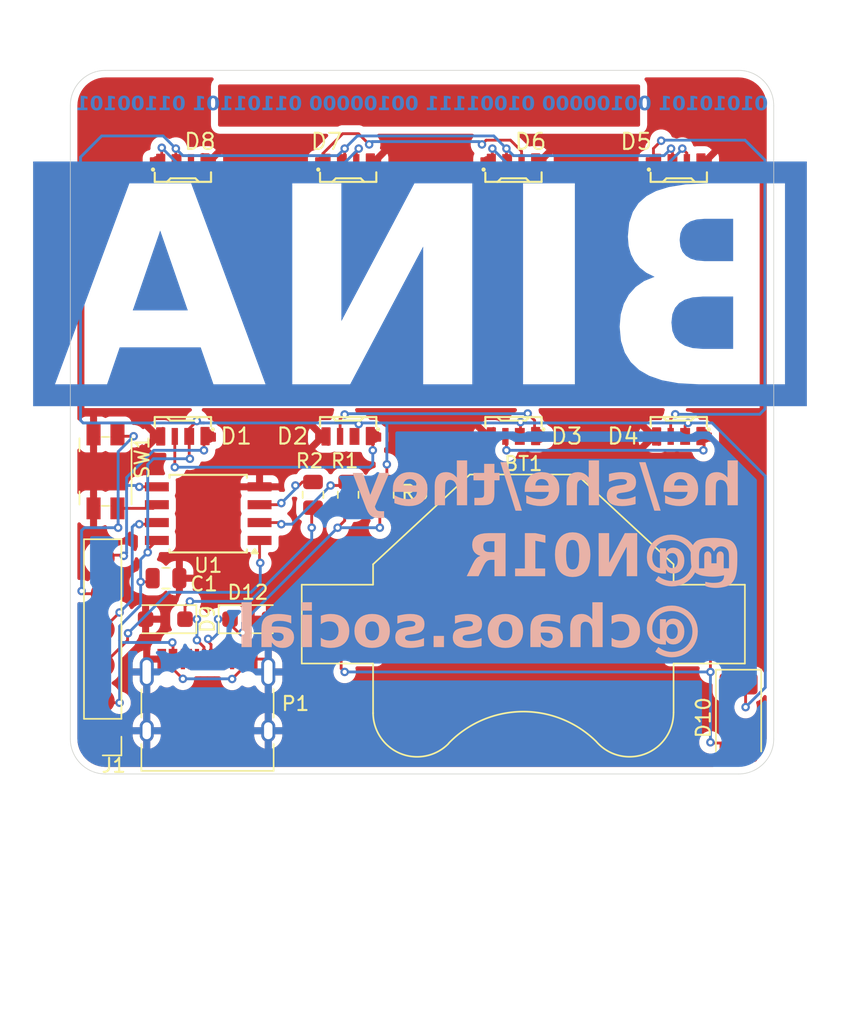
<source format=kicad_pcb>
(kicad_pcb (version 20241229) (generator "pcbnew") (generator_version "9.0")
  (layers (0 "F.Cu" signal) (2 "B.Cu" signal) (13 "F.Paste" user) (15 "B.Paste" user) (5 "F.SilkS" user "F.Silkscreen") (7 "B.SilkS" user "B.Silkscreen") (1 "F.Mask" user) (3 "B.Mask" user) (25 "Edge.Cuts" user))
  (net 0 "")
  (net 1 "Net-(BT1-+)")
  (net 2 "GND")
  (net 3 "VDD")
  (net 6 "/D-")
  (net 7 "Net-(D9-K)")
  (net 8 "/D+")
  (net 9 "/MISO")
  (net 10 "/MOSI")
  (net 11 "/RESET")
  (net 12 "/SCK")
  (net 13 "Net-(D1-DOUT)")
  (net 14 "Net-(D2-DOUT)")
  (net 15 "Net-(D3-DOUT)")
  (net 16 "Net-(D4-DOUT)")
  (net 17 "Net-(D5-DOUT)")
  (net 18 "Net-(D6-DOUT)")
  (net 19 "Net-(D7-DOUT)")
  (net 21 "Net-(D12-K)")
  (footprint "LED_SMD_prj:LED-SMD_4P-L4.0-W1.6-L" (layer "F.Cu") (at 114.75 71 180)
    (property "Reference" "D2")
    (property "Value" "SK6812SIDE" (hide yes))
  )
  (footprint "LED_SMD_prj:LED-SMD_4P-L4.0-W1.6-L" (layer "F.Cu") (at 114.75 51.560789)
    (property "Reference" "D7")
    (property "Value" "SK6812SIDE" (hide yes))
  )
  (footprint "LED_SMD_prj:LED-SMD_4P-L4.0-W1.6-L" (layer "F.Cu") (at 103 51.560789)
    (property "Reference" "D8")
    (property "Value" "SK6812SIDE" (hide yes))
  )
  (footprint "Diode_SMD:D_SOD-123F" (layer "F.Cu") (at 107.75 84)
    (property "Reference" "D12")
    (property "Value" "BZT52C3V6S")
  )
  (footprint "LED_SMD_prj:LED-SMD_4P-L4.0-W1.6-L" (layer "F.Cu") (at 126.5 51.560789)
    (property "Reference" "D6")
    (property "Value" "SK6812SIDE" (hide yes))
  )
  (footprint "Connector_PinHeader_2.54mm:PinHeader_1x06_P2.54mm_Vertical" (layer "F.Cu") (at 97.3 92.35 180)
    (property "Reference" "J1")
    (property "Value" "Conn_01x06")
  )
  (footprint "LED_SMD_prj:LED-SMD_4P-L4.0-W1.6-L" (layer "F.Cu") (at 103 71 180)
    (property "Reference" "D1")
    (property "Value" "SK6812SIDE" (hide yes))
  )
  (footprint "LED_SMD_prj:LED-SMD_4P-L4.0-W1.6-L" (layer "F.Cu") (at 138.25 71 180)
    (property "Reference" "D4")
    (property "Value" "SK6812SIDE" (hide yes))
  )
  (footprint "Battery:BatteryHolder_Multicomp_BC-2001_1x2032" (layer "F.Cu") (at 127.2 84.35 180)
    (property "Reference" "BT1")
    (property "Value" "Battery_Cell")
  )
  (footprint "Button_Switch_SMD:Panasonic_EVQPUJ_EVQPUA" (layer "F.Cu") (at 97.5 73.5 90)
    (property "Reference" "SW1")
    (property "Value" "SW_Push")
  )
  (footprint "Resistor_SMD:R_0805_2012Metric" (layer "F.Cu") (at 112.25 75.1625 90)
    (property "Reference" "R2")
    (property "Value" "66.5")
  )
  (footprint "Package_SO:SOIC-8W_5.3x5.3mm_P1.27mm" (layer "F.Cu") (at 104.8 76.5 180)
    (property "Reference" "U1")
    (property "Value" "ATtiny85-20S")
  )
  (footprint "Diode_SMD:D_SOD-123F" (layer "F.Cu") (at 101.75 84 180)
    (property "Reference" "D9")
    (property "Value" "BZT52C3V6S")
  )
  (footprint "Connector_USB:USB_C_Receptacle_HRO_TYPE-C-31-M-12" (layer "F.Cu") (at 104.75 90.88)
    (property "Reference" "P1")
    (property "Value" "USB_C_Plug_USB2.0")
  )
  (footprint "Resistor_SMD:R_0805_2012Metric" (layer "F.Cu") (at 117.25 75.1625 90)
    (property "Reference" "R3")
    (property "Value" "1.5k")
  )
  (footprint "Resistor_SMD:R_0805_2012Metric" (layer "F.Cu") (at 114.75 75.1625 90)
    (property "Reference" "R1")
    (property "Value" "66.5")
  )
  (footprint "LED_SMD_prj:LED-SMD_4P-L4.0-W1.6-L" (layer "F.Cu") (at 126.5 71 180)
    (property "Reference" "D3")
    (property "Value" "SK6812SIDE" (hide yes))
  )
  (footprint "Capacitor_SMD:C_0805_2012Metric" (layer "F.Cu") (at 101.8 81.0875)
    (property "Reference" "C1")
    (property "Value" "C")
  )
  (footprint "Diode_SMD:D_MELF" (layer "F.Cu") (at 142.5 91 -90)
    (property "Reference" "D10")
    (property "Value" "SM4007")
  )
  (footprint "LED_SMD_prj:LED-SMD_4P-L4.0-W1.6-L" (layer "F.Cu") (at 138.25 51.560789)
    (property "Reference" "D5")
    (property "Value" "SK6812SIDE" (hide yes))
  )
  (gr_poly (pts (xy 140.585733 78.224463) (xy 140.418608 78.23233) (xy 140.256257 78.24553) (xy 140.101092 78.264073) (xy 139.955528 78.287968) (xy 139.82198 78.317228) (xy 139.702862 78.351861) (xy 139.600588 78.391879) (xy 139.578858 78.403106) (xy 139.521572 78.439281) (xy 139.483299 78.467892) (xy 139.440582 78.504142) (xy 139.394901 78.548498) (xy 139.347739 78.601429) (xy 139.300576 78.663401) (xy 139.254896 78.734881) (xy 139.233074 78.774333) (xy 139.212178 78.816338) (xy 139.192393 78.860953) (xy 139.173905 78.908238) (xy 139.156898 78.958251) (xy 139.141558 79.011049) (xy 139.12807 79.066692) (xy 139.116619 79.125239) (xy 139.10739 79.186746) (xy 139.100569 79.251274) (xy 139.09634 79.31888) (xy 139.09489 79.389623) (xy 139.095113 79.484724) (xy 139.101438 79.723593) (xy 139.10954 79.875175) (xy 139.122349 80.036579) (xy 139.140924 80.199099) (xy 139.152706 80.278057) (xy 139.166327 80.354029) (xy 139.171946 80.377606) (xy 139.179498 80.401278) (xy 139.18893 80.425) (xy 139.200191 80.448726) (xy 139.227995 80.496013) (xy 139.262499 80.54278) (xy 139.30329 80.588669) (xy 139.349956 80.633319) (xy 139.402087 80.676372) (xy 139.459271 80.717467) (xy 139.521094 80.756247) (xy 139.587147 80.792351) (xy 139.657017 80.825421) (xy 139.730293 80.855096) (xy 139.806562 80.881018) (xy 139.885413 80.902828) (xy 139.966435 80.920166) (xy 140.049215 80.932673) (xy 140.242634 80.955729) (xy 140.389039 80.967959) (xy 140.563575 80.975436) (xy 140.660221 80.976168) (xy 140.762494 80.974244) (xy 140.869924 80.969173) (xy 140.982044 80.960466) (xy 141.098385 80.947635) (xy 141.218477 80.930188) (xy 141.341853 80.907637) (xy 141.468043 80.879492) (xy 141.467972 80.893326) (xy 141.467665 80.907153) (xy 141.467123 80.920972) (xy 141.466347 80.934779) (xy 141.465336 80.94857) (xy 141.464091 80.962343) (xy 141.462612 80.976095) (xy 141.4609 80.989823) (xy 141.455139 81.025659) (xy 141.447761 81.059394) (xy 141.438822 81.091092) (xy 141.428377 81.120819) (xy 141.416481 81.148641) (xy 141.403189 81.174622) (xy 141.388558 81.198828) (xy 141.372642 81.221325) (xy 141.355497 81.242177) (xy 141.337179 81.261451) (xy 141.317743 81.279212) (xy 141.297244 81.295525) (xy 141.275737 81.310455) (xy 141.253279 81.324069) (xy 141.229924 81.33643) (xy 141.205729 81.347605) (xy 141.155037 81.366659) (xy 141.101646 81.381752) (xy 141.045999 81.393408) (xy 140.988542 81.402151) (xy 140.929715 81.408503) (xy 140.869964 81.412988) (xy 140.749462 81.418448) (xy 140.689205 81.419248) (xy 140.630156 81.417965) (xy 140.572683 81.414881) (xy 140.517157 81.410274) (xy 140.463948 81.404426) (xy 140.413425 81.397616) (xy 140.365958 81.390125) (xy 140.321918 81.382233) (xy 140.281674 81.374219) (xy 140.245595 81.366365) (xy 140.187416 81.352256) (xy 140.137322 81.338279) (xy 140.123828 81.631172) (xy 140.165489 81.650495) (xy 140.216698 81.67077) (xy 140.28739 81.694673) (xy 140.329861 81.707176) (xy 140.376987 81.719617) (xy 140.428694 81.731672) (xy 140.484911 81.743017) (xy 140.545565 81.75333) (xy 140.610585 81.762287) (xy 140.679897 81.769565) (xy 140.75343 81.774841) (xy 140.839317 81.778083) (xy 140.930161 81.778004) (xy 141.025861 81.774186) (xy 141.126314 81.766209) (xy 141.231418 81.753657) (xy 141.341071 81.736109) (xy 141.455169 81.713147) (xy 141.513854 81.699506) (xy 141.573612 81.684354) (xy 141.654394 81.659636) (xy 141.729832 81.629823) (xy 141.800107 81.595121) (xy 141.865403 81.555735) (xy 141.925902 81.511874) (xy 141.981785 81.463742) (xy 142.033235 81.411546) (xy 142.080435 81.355493) (xy 142.123567 81.295789) (xy 142.162812 81.232641) (xy 142.198354 81.166254) (xy 142.230375 81.096836) (xy 142.284582 80.94973) (xy 142.326891 80.792972) (xy 142.35876 80.628216) (xy 142.381649 80.457111) (xy 142.397015 80.281308) (xy 142.406317 80.10246) (xy 142.411774 79.787658) (xy 141.819465 79.787658) (xy 141.815944 80.383318) (xy 141.445025 80.383318) (xy 141.445025 79.476856) (xy 141.443567 79.440987) (xy 141.439319 79.407359) (xy 141.432467 79.375991) (xy 141.423196 79.346901) (xy 141.411693 79.320107) (xy 141.398144 79.295628) (xy 141.382734 79.273482) (xy 141.36565 79.253688) (xy 141.347077 79.236263) (xy 141.327202 79.221226) (xy 141.306211 79.208595) (xy 141.28429 79.198389) (xy 141.261625 79.190626) (xy 141.238402 79.185323) (xy 141.214806 79.182501) (xy 141.191025 79.182176) (xy 141.167243 79.184367) (xy 141.143648 79.189093) (xy 141.120424 79.196371) (xy 141.097759 79.206221) (xy 141.075838 79.21866) (xy 141.054847 79.233707) (xy 141.034972 79.251379) (xy 141.0164 79.271696) (xy 140.999315 79.294676) (xy 140.983905 79.320336) (xy 140.970356 79.348696) (xy 140.958853 79.379773) (xy 140.949582 79.413586) (xy 140.94273 79.450154) (xy 140.938482 79.489494) (xy 140.937025 79.531624) (xy 140.937025 80.027798) (xy 140.56928 80.027798) (xy 140.56928 79.531704) (xy 140.567823 79.489573) (xy 140.563575 79.450233) (xy 140.556723 79.413666) (xy 140.547452 79.379853) (xy 140.535949 79.348775) (xy 140.522399 79.320416) (xy 140.506989 79.294755) (xy 140.489905 79.271775) (xy 140.471333 79.251459) (xy 140.451458 79.233786) (xy 140.430467 79.218739) (xy 140.408546 79.2063) (xy 140.385881 79.196451) (xy 140.362657 79.189172) (xy 140.339062 79.184447) (xy 140.31528 79.182255) (xy 140.291499 79.18258) (xy 140.267903 79.185403) (xy 140.24468 79.190705) (xy 140.222015 79.198468) (xy 140.200094 79.208675) (xy 140.179103 79.221305) (xy 140.159228 79.236342) (xy 140.140655 79.253767) (xy 140.123571 79.273562) (xy 140.108161 79.295708) (xy 140.094612 79.320187) (xy 140.083108 79.34698) (xy 140.073838 79.37607) (xy 140.066985 79.407438) (xy 140.062738 79.441066) (xy 140.06128 79.476935) (xy 140.06128 80.383398) (xy 139.691155 80.383398) (xy 139.691313 80.383318) (xy 139.68987 80.05449) (xy 139.687668 79.788216) (xy 139.687281 79.675692) (xy 139.687902 79.575391) (xy 139.68993 79.486175) (xy 139.693764 79.406906) (xy 139.699804 79.336447) (xy 139.703775 79.304164) (xy 139.708448 79.273657) (xy 139.713871 79.244783) (xy 139.720096 79.2174) (xy 139.727171 79.191365) (xy 139.735147 79.166537) (xy 139.744073 79.142772) (xy 139.754 79.119929) (xy 139.764977 79.097865) (xy 139.777054 79.076438) (xy 139.790282 79.055506) (xy 139.804709 79.034927) (xy 139.820386 79.014557) (xy 139.837363 78.994256) (xy 139.857139 78.973516) (xy 139.878147 78.954023) (xy 139.900301 78.935795) (xy 139.923518 78.918852) (xy 139.947713 78.903213) (xy 139.972801 78.888896) (xy 139.998697 78.87592) (xy 140.025318 78.864304) (xy 140.052579 78.854067) (xy 140.080394 78.845228) (xy 140.108679 78.837806) (xy 140.13735 78.831819) (xy 140.166323 78.827287) (xy 140.195512 78.824228) (xy 140.224833 78.822662) (xy 140.254201 78.822607) (xy 140.283532 78.824082) (xy 140.312741 78.827107) (xy 140.341744 78.831699) (xy 140.370456 78.837878) (xy 140.398793 78.845662) (xy 140.426669 78.855072) (xy 140.454 78.866124) (xy 140.480703 78.878839) (xy 140.506691 78.893236) (xy 140.531881 78.909333) (xy 140.556187 78.927148) (xy 140.579526 78.946702) (xy 140.601813 78.968013) (xy 140.622963 78.991099) (xy 140.642891 79.01598) (xy 140.661514 79.042674) (xy 140.753589 79.197456) (xy 140.845664 79.042674) (xy 140.864212 79.016115) (xy 140.884067 78.991343) (xy 140.905145 78.968341) (xy 140.927362 78.947093) (xy 140.950632 78.92758) (xy 140.974873 78.909786) (xy 141 78.893694) (xy 141.025928 78.879286) (xy 141.052574 78.866545) (xy 141.079853 78.855455) (xy 141.107682 78.845998) (xy 141.135975 78.838157) (xy 141.164649 78.831914) (xy 141.19362 78.827253) (xy 141.222802 78.824156) (xy 141.252114 78.822607) (xy 141.281469 78.822588) (xy 141.310783 78.824082) (xy 141.339974 78.827072) (xy 141.368955 78.83154) (xy 141.397644 78.83747) (xy 141.425956 78.844844) (xy 141.453806 78.853646) (xy 141.481112 78.863857) (xy 141.507787 78.875462) (xy 141.533749 78.888442) (xy 141.558913 78.902781) (xy 141.583194 78.918462) (xy 141.606509 78.935467) (xy 141.628774 78.953779) (xy 141.649904 78.973381) (xy 141.669815 78.994256) (xy 141.702339 79.034656) (xy 141.729899 79.07595) (xy 141.75289 79.119271) (xy 141.771708 79.165755) (xy 141.786749 79.216537) (xy 141.798406 79.27275) (xy 141.807077 79.335531) (xy 141.813156 79.406013) (xy 141.819121 79.574623) (xy 141.819465 79.787658) (xy 142.411774 79.787658) (xy 142.412561 79.742227) (xy 142.41205 79.389623) (xy 142.410599 79.31888) (xy 142.40637 79.251274) (xy 142.399548 79.186746) (xy 142.390318 79.125239) (xy 142.378865 79.066692) (xy 142.365374 79.011049) (xy 142.350032 78.958251) (xy 142.333022 78.908238) (xy 142.314531 78.860953) (xy 142.294743 78.816338) (xy 142.273844 78.774333) (xy 142.252019 78.734881) (xy 142.229453 78.697923) (xy 142.206331 78.663401) (xy 142.182839 78.631255) (xy 142.159161 78.601429) (xy 142.135484 78.573863) (xy 142.111992 78.548498) (xy 142.08887 78.525278) (xy 142.066304 78.504142) (xy 142.023579 78.467892) (xy 141.9853 78.439281) (xy 141.952948 78.417841) (xy 141.928005 78.403106) (xy 141.906273 78.391879) (xy 141.804836 78.352227) (xy 141.686443 78.317814) (xy 141.553509 78.288649) (xy 141.408448 78.264742) (xy 141.253673 78.246106) (xy 141.0916 78.232749) (xy 140.924643 78.224683) (xy 140.755216 78.221917)) (fill yes) (layer "B.SilkS"))
  (gr_arc (start 142.5 45) (mid 144.267767 45.732233) (end 145 47.5) (stroke (width 0.05)) (layer "Edge.Cuts"))
  (gr_arc (start 95 47.5) (mid 95.732233 45.732233) (end 97.5 45) (stroke (width 0.05)) (layer "Edge.Cuts"))
  (gr_arc (start 145 92.5) (mid 144.267767 94.267767) (end 142.5 95) (stroke (width 0.05)) (layer "Edge.Cuts"))
  (gr_line (start 145 47.5) (end 145 92.5) (stroke (width 0.05)) (layer "Edge.Cuts"))
  (gr_line (start 142.5 95) (end 97.5 95) (stroke (width 0.05)) (layer "Edge.Cuts"))
  (gr_line (start 95 92.5) (end 95 47.5) (stroke (width 0.05)) (layer "Edge.Cuts"))
  (gr_arc (start 97.5 95) (mid 95.732233 94.267767) (end 95 92.5) (stroke (width 0.05)) (layer "Edge.Cuts"))
  (gr_line (start 97.5 45) (end 142.5 45) (stroke (width 0.05)) (layer "Edge.Cuts"))
  (gr_text "BINA" (at 120.7 61.5 0) (layer "B.Cu" knockout) (effects (font (size 14 14) (thickness 0.3) (bold yes)) (justify mirror)))
  (gr_text "01010101 00100000 01001111 00100000 01101101 01100101" (at 120 48 0) (layer "B.Cu") (effects (font (size 1 1) (thickness 0.25) (bold yes)) (justify bottom mirror)))
  (gr_text "he/she/they\n  @N01R \n  @chaos.social" (at 142.8 79.7 0) (layer "B.SilkS") (effects (font (size 3 3) (thickness 0.3) (bold yes)) (justify left mirror)))
  (segment (start 140.5 87.75) (end 140.5 84.7) (width 0.2) (layer "F.Cu") (net 1))
  (segment (start 114.25 84.35) (end 114.25 87.5) (width 0.2) (layer "F.Cu") (net 1))
  (segment (start 114.25 87.5) (end 114.5 87.75) (width 0.2) (layer "F.Cu") (net 1))
  (segment (start 140.5 85.95) (end 140.15 85.6) (width 0.2) (layer "F.Cu") (net 1))
  (segment (start 140.55 92.8) (end 140.5 92.75) (width 0.2) (layer "F.Cu") (net 1))
  (segment (start 141.75 92.8) (end 140.55 92.8) (width 0.2) (layer "F.Cu") (net 1))
  (via (at 114.5 87.75) (size 0.6) (drill 0.3) (layers "F.Cu" "B.Cu") (net 1))
  (via (at 140.5 92.75) (size 0.6) (drill 0.3) (layers "F.Cu" "B.Cu") (net 1))
  (via (at 140.5 87.75) (size 0.6) (drill 0.3) (layers "F.Cu" "B.Cu") (net 1))
  (segment (start 140.5 92.75) (end 140.5 87.75) (width 0.2) (layers "B.Cu" "B.Mask") (net 1))
  (segment (start 140.5 87.75) (end 114.5 87.75) (width 0.2) (layers "B.Cu" "B.Mask") (net 1))
  (segment (start 108 86.835) (end 109.07 86.835) (width 0.2) (layer "F.Cu") (net 2))
  (segment (start 109.07 86.835) (end 109.07 87.75) (width 0.2) (layer "F.Cu") (net 2))
  (segment (start 101.5 86.835) (end 101.5 86.75) (width 0.2) (layer "F.Cu") (net 2))
  (segment (start 98.5 89.939211) (end 97.429211 89.939211) (width 0.2) (layer "F.Cu") (net 3))
  (segment (start 102.5 51.497789) (end 102.55 51.547789) (width 0.2) (layer "F.Cu") (net 3))
  (segment (start 102.3 87.539029) (end 102.3 86.835) (width 0.2) (layer "F.Cu") (net 3))
  (segment (start 137.8 50.660792) (end 137.8 51.547789) (width 0.2) (layer "F.Cu") (net 3))
  (segment (start 137.699997 50.560789) (end 137.8 50.660792) (width 0.2) (layer "F.Cu") (net 3))
  (segment (start 100.5 79.25) (end 100.5 79.055) (width 0.2) (layer "F.Cu") (net 3))
  (segment (start 100 81.35) (end 100.5875 81.35) (width 0.2) (layer "F.Cu") (net 3))
  (segment (start 103 88.239029) (end 102.3 87.539029) (width 0.2) (layer "F.Cu") (net 3))
  (segment (start 102.3 85.930098) (end 102.3 86.835) (width 0.2) (layer "F.Cu") (net 3))
  (segment (start 138.7 71.013) (end 138.7 70.261663) (width 0.2) (layer "F.Cu") (net 3))
  (segment (start 102.25 85.655337) (end 102.25 85.880098) (width 0.2) (layer "F.Cu") (net 3))
  (segment (start 102.5 50.560789) (end 102.5 51.497789) (width 0.2) (layer "F.Cu") (net 3))
  (segment (start 106.5 88.25) (end 107.2 87.55) (width 0.2) (layer "F.Cu") (net 3))
  (segment (start 103.45 70.462763) (end 103.45 71.013) (width 0.2) (layer "F.Cu") (net 3))
  (segment (start 126 50.560789) (end 126 51.497789) (width 0.2) (layer "F.Cu") (net 3))
  (segment (start 138.7 70.261663) (end 138.907106 70.054557) (width 0.2) (layer "F.Cu") (net 3))
  (segment (start 100.5875 81.35) (end 100.85 81.0875) (width 0.2) (layer "F.Cu") (net 3))
  (segment (start 114.5 50.560789) (end 114.5 51.347789) (width 0.2) (layer "F.Cu") (net 3))
  (segment (start 102.25 85.880098) (end 102.3 85.930098) (width 0.2) (layer "F.Cu") (net 3))
  (segment (start 103.45 72.55) (end 103.5 72.6) (width 0.2) (layer "F.Cu") (net 3))
  (segment (start 117.5 73) (end 117.5 74) (width 0.2) (layer "F.Cu") (net 3))
  (segment (start 114.5 51.347789) (end 114.3 51.547789) (width 0.2) (layer "F.Cu") (net 3))
  (segment (start 126 51.497789) (end 126.05 51.547789) (width 0.2) (layer "F.Cu") (net 3))
  (segment (start 103.45 71.013) (end 103.45 72.55) (width 0.2) (layer "F.Cu") (net 3))
  (segment (start 127 70) (end 127 70.5) (width 0.2) (layer "F.Cu") (net 3))
  (segment (start 100.5 79.055) (end 101.15 78.405) (width 0.2) (layer "F.Cu") (net 3))
  (segment (start 143 89.1) (end 143 90.25) (width 0.2) (layer "F.Cu") (net 3))
  (segment (start 107.2 87.55) (end 107.2 86.835) (width 0.2) (layer "F.Cu") (net 3))
  (segment (start 126.95 70.55) (end 126.95 71.013) (width 0.2) (layer "F.Cu") (net 3))
  (segment (start 142.5 88.6) (end 143 89.1) (width 0.2) (layer "F.Cu") (net 3))
  (segment (start 117.5 74) (end 117.25 74.25) (width 0.2) (layer "F.Cu") (net 3))
  (segment (start 103.991707 69.921056) (end 103.45 70.462763) (width 0.2) (layer "F.Cu") (net 3))
  (segment (start 127 70.5) (end 126.95 70.55) (width 0.2) (layer "F.Cu") (net 3))
  (segment (start 97.429211 89.939211) (end 97.3 89.81) (width 0.2) (layer "F.Cu") (net 3))
  (via (at 102.25 85.655337) (size 0.6) (drill 0.3) (layers "F.Cu" "B.Cu") (net 3))
  (via (at 100.5 79.25) (size 0.6) (drill 0.3) (layers "F.Cu" "B.Cu") (net 3))
  (via (at 103 88.239029) (size 0.6) (drill 0.3) (layers "F.Cu" "B.Cu") (net 3))
  (via (at 117.5 73) (size 0.6) (drill 0.3) (layers "F.Cu" "B.Cu") (net 3))
  (via (at 137.699997 50.560789) (size 0.6) (drill 0.3) (layers "F.Cu" "B.Cu") (net 3))
  (via (at 114.5 50.560789) (size 0.6) (drill 0.3) (layers "F.Cu" "B.Cu") (net 3))
  (via (at 126 50.560789) (size 0.6) (drill 0.3) (layers "F.Cu" "B.Cu") (net 3))
  (via (at 103.991707 69.921056) (size 0.6) (drill 0.3) (layers "F.Cu" "B.Cu") (net 3))
  (via (at 115.5 70.130686) (size 0.6) (drill 0.3) (layers "F.Cu" "B.Cu") (net 3))
  (via (at 98.5 89.939211) (size 0.6) (drill 0.3) (layers "F.Cu" "B.Cu") (net 3))
  (via (at 106.5 88.25) (size 0.6) (drill 0.3) (layers "F.Cu" "B.Cu") (net 3))
  (via (at 143 90.25) (size 0.6) (drill 0.3) (layers "F.Cu" "B.Cu") (net 3))
  (via (at 100 81.35) (size 0.6) (drill 0.3) (layers "F.Cu" "B.Cu") (net 3))
  (via (at 103.5 72.6) (size 0.6) (drill 0.3) (layers "F.Cu" "B.Cu") (net 3))
  (via (at 102.5 50.560789) (size 0.6) (drill 0.3) (layers "F.Cu" "B.Cu") (net 3))
  (via (at 138.907106 70.054557) (size 0.6) (drill 0.3) (layers "F.Cu" "B.Cu") (net 3))
  (via (at 127 70) (size 0.6) (drill 0.3) (layers "F.Cu" "B.Cu") (net 3))
  (segment (start 95.72659 69.872374) (end 95.72659 51.162791) (width 0.2) (layers "B.Cu" "B.Mask") (net 3))
  (segment (start 137.699997 50.560789) (end 137.199997 51.060789) (width 0.2) (layers "B.Cu" "B.Mask") (net 3))
  (segment (start 144.399 88.851) (end 143 90.25) (width 0.2) (layers "B.Cu" "B.Mask") (net 3))
  (segment (start 98.5 85.5) (end 98.5 84.5) (width 0.2) (layers "B.Cu" "B.Mask") (net 3))
  (segment (start 100.9 72.6) (end 100.5 73) (width 0.2) (layers "B.Cu" "B.Mask") (net 3))
  (segment (start 115.399 49.661789) (end 125.101 49.661789) (width 0.2) (layers "B.Cu" "B.Mask") (net 3))
  (segment (start 103 51.060789) (end 102.541514 50.602303) (width 0.2) (layers "B.Cu" "B.Mask") (net 3))
  (segment (start 128 70.054557) (end 127.054557 70.054557) (width 0.2) (layers "B.Cu" "B.Mask") (net 3))
  (segment (start 95.72659 51.162791) (end 97.227592 49.661789) (width 0.2) (layers "B.Cu" "B.Mask") (net 3))
  (segment (start 98.5 86.439211) (end 98.5 85.5) (width 0.2) (layers "B.Cu" "B.Mask") (net 3))
  (segment (start 103.991707 69.921056) (end 103.991707 69.924743) (width 0.2) (layers "B.Cu" "B.Mask") (net 3))
  (segment (start 103.991707 69.924743) (end 104.121521 70.054557) (width 0.2) (layers "B.Cu" "B.Mask") (net 3))
  (segment (start 106.489029 88.239029) (end 106.5 88.25) (width 0.2) (layers "B.Cu" "B.Mask") (net 3))
  (segment (start 117.5 70.054557) (end 128 70.054557) (width 0.2) (layers "B.Cu" "B.Mask") (net 3))
  (segment (start 100 81.35) (end 100 79.75) (width 0.2) (layers "B.Cu" "B.Mask") (net 3))
  (segment (start 102.25 85.655337) (end 98.655337 85.655337) (width 0.2) (layers "B.Cu" "B.Mask") (net 3))
  (segment (start 98.5 89.938874) (end 98.5 86.439211) (width 0.2) (layers "B.Cu" "B.Mask") (net 3))
  (segment (start 104.5 70.054557) (end 117.5 70.054557) (width 0.2) (layers "B.Cu" "B.Mask") (net 3))
  (segment (start 104.5 70.054557) (end 95.908773 70.054557) (width 0.2) (layers "B.Cu" "B.Mask") (net 3))
  (segment (start 100 83) (end 100 81.35) (width 0.2) (layers "B.Cu" "B.Mask") (net 3))
  (segment (start 95.908773 70.054557) (end 95.72659 69.872374) (width 0.2) (layers "B.Cu" "B.Mask") (net 3))
  (segment (start 138.907106 70.054557) (end 128 70.054557) (width 0.2) (layers "B.Cu" "B.Mask") (net 3))
  (segment (start 97.227592 49.661789) (end 101.5 49.661789) (width 0.2) (layers "B.Cu" "B.Mask") (net 3))
  (segment (start 103 88.239029) (end 106.489029 88.239029) (width 0.2) (layers "B.Cu" "B.Mask") (net 3))
  (segment (start 117.5 73) (end 117.5 70.054557) (width 0.2) (layers "B.Cu" "B.Mask") (net 3))
  (segment (start 144.399 73.838211) (end 144.399 88.851) (width 0.2) (layers "B.Cu" "B.Mask") (net 3))
  (segment (start 104.121521 70.054557) (end 104.5 70.054557) (width 0.2) (layers "B.Cu" "B.Mask") (net 3))
  (segment (start 101.601 49.661789) (end 101.5 49.661789) (width 0.2) (layers "B.Cu" "B.Mask") (net 3))
  (segment (start 127.054557 70.054557) (end 127 70) (width 0.2) (layers "B.Cu" "B.Mask") (net 3))
  (segment (start 102.5 50.560789) (end 101.601 49.661789) (width 0.2) (layers "B.Cu" "B.Mask") (net 3))
  (segment (start 138.907106 70.054557) (end 140.615346 70.054557) (width 0.2) (layers "B.Cu" "B.Mask") (net 3))
  (segment (start 126.5 51.060789) (end 126 50.560789) (width 0.2) (layers "B.Cu" "B.Mask") (net 3))
  (segment (start 140.615346 70.054557) (end 144.399 73.838211) (width 0.2) (layers "B.Cu" "B.Mask") (net 3))
  (segment (start 137.199997 51.060789) (end 126.5 51.060789) (width 0.2) (layers "B.Cu" "B.Mask") (net 3))
  (segment (start 98.5 84.5) (end 100 83) (width 0.2) (layers "B.Cu" "B.Mask") (net 3))
  (segment (start 114.5 50.560789) (end 115.399 49.661789) (width 0.2) (layers "B.Cu" "B.Mask") (net 3))
  (segment (start 100.5 79.25) (end 100.5 73) (width 0.2) (layers "B.Cu" "B.Mask") (net 3))
  (segment (start 114 51.060789) (end 103 51.060789) (width 0.2) (layers "B.Cu" "B.Mask") (net 3))
  (segment (start 114.5 50.560789) (end 114 51.060789) (width 0.2) (layers "B.Cu" "B.Mask") (net 3))
  (segment (start 100 79.75) (end 100.5 79.25) (width 0.2) (layers "B.Cu" "B.Mask") (net 3))
  (segment (start 103.5 72.6) (end 100.9 72.6) (width 0.2) (layers "B.Cu" "B.Mask") (net 3))
  (segment (start 98.655337 85.655337) (end 98.5 85.5) (width 0.2) (layers "B.Cu" "B.Mask") (net 3))
  (segment (start 125.101 49.661789) (end 126 50.560789) (width 0.2) (layers "B.Cu" "B.Mask") (net 3))
  (segment (start 109.885 77.135) (end 108.45 77.135) (width 0.2) (layer "F.Cu") (net 6))
  (segment (start 114.5 74.5) (end 114.75 74.25) (width 0.2) (layer "F.Cu") (net 6))
  (segment (start 113.5 74.5) (end 114.5 74.5) (width 0.2) (layer "F.Cu") (net 6))
  (segment (start 110 77.25) (end 109.885 77.135) (width 0.2) (layer "F.Cu") (net 6))
  (via (at 113.5 74.5) (size 0.6) (drill 0.3) (layers "F.Cu" "B.Cu") (net 6))
  (via (at 110 77.25) (size 0.6) (drill 0.3) (layers "F.Cu" "B.Cu") (net 6))
  (segment (start 110.75 77.25) (end 113.5 74.5) (width 0.2) (layers "B.Cu" "B.Mask") (net 6))
  (segment (start 110 77.25) (end 110.75 77.25) (width 0.2) (layers "B.Cu" "B.Mask") (net 6))
  (segment (start 112.15855 76.16645) (end 112.25 76.075) (width 0.2) (layer "F.Cu") (net 7))
  (segment (start 112.15855 77.5) (end 112.15855 76.16645) (width 0.2) (layer "F.Cu") (net 7))
  (segment (start 104.5 85.991303) (end 104.5 86.835) (width 0.2) (layer "F.Cu") (net 7))
  (segment (start 104 84) (end 103.15 84) (width 0.2) (layer "F.Cu") (net 7))
  (segment (start 103.15 83.0875) (end 103.15 84) (width 0.2) (layer "F.Cu") (net 7))
  (segment (start 103.5 82.7375) (end 103.15 83.0875) (width 0.2) (layer "F.Cu") (net 7))
  (segment (start 104 85.491303) (end 104.5 85.991303) (width 0.2) (layer "F.Cu") (net 7))
  (via (at 104 85.491303) (size 0.6) (drill 0.3) (layers "F.Cu" "B.Cu") (net 7))
  (via (at 103.5 82.7375) (size 0.6) (drill 0.3) (layers "F.Cu" "B.Cu") (net 7))
  (via (at 104 84) (size 0.6) (drill 0.3) (layers "F.Cu" "B.Cu") (net 7))
  (via (at 112.15855 77.5) (size 0.6) (drill 0.3) (layers "F.Cu" "B.Cu") (net 7))
  (segment (start 103.5 82.7375) (end 107.763914 82.7375) (width 0.2) (layers "B.Cu" "B.Mask") (net 7))
  (segment (start 104 85.491303) (end 104 84) (width 0.2) (layers "B.Cu" "B.Mask") (net 7))
  (segment (start 112.15855 77.5) (end 112.1546 77.49605) (width 0.2) (layers "B.Cu" "B.Mask") (net 7))
  (segment (start 112.15855 78.342864) (end 112.15855 77.5) (width 0.2) (layers "B.Cu" "B.Mask") (net 7))
  (segment (start 107.763914 82.7375) (end 112.15855 78.342864) (width 0.2) (layers "B.Cu" "B.Mask") (net 7))
  (segment (start 111.5 74.25) (end 112.25 74.25) (width 0.2) (layer "F.Cu") (net 8))
  (segment (start 108.45 75.865) (end 109.885 75.865) (width 0.2) (layer "F.Cu") (net 8))
  (segment (start 109.885 75.865) (end 110 75.75) (width 0.2) (layer "F.Cu") (net 8))
  (segment (start 111.25 74.5) (end 111.5 74.25) (width 0.2) (layer "F.Cu") (net 8))
  (segment (start 111 74.5) (end 111.25 74.5) (width 0.2) (layer "F.Cu") (net 8))
  (via (at 110 75.75) (size 0.6) (drill 0.3) (layers "F.Cu" "B.Cu") (net 8))
  (via (at 111 74.5) (size 0.6) (drill 0.3) (layers "F.Cu" "B.Cu") (net 8))
  (segment (start 111 74.75) (end 111 74.5) (width 0.2) (layers "B.Cu" "B.Mask") (net 8))
  (segment (start 110 75.75) (end 111 74.75) (width 0.2) (layers "B.Cu" "B.Mask") (net 8))
  (segment (start 98.475 71) (end 98.35 70.875) (width 0.2) (layer "F.Cu") (net 9))
  (segment (start 97.3 82.19) (end 95.99 82.19) (width 0.2) (layer "F.Cu") (net 9))
  (segment (start 100.89 76.125) (end 101.15 75.865) (width 0.2) (layer "F.Cu") (net 9))
  (segment (start 98.398 77.5) (end 98.398 76.173) (width 0.2) (layer "F.Cu") (net 9))
  (segment (start 95.99 82.19) (end 95.8 82) (width 0.2) (layer "F.Cu") (net 9))
  (segment (start 99.5 71) (end 98.475 71) (width 0.2) (layer "F.Cu") (net 9))
  (segment (start 98.35 76.125) (end 100.89 76.125) (width 0.2) (layer "F.Cu") (net 9))
  (segment (start 98.398 76.173) (end 98.35 76.125) (width 0.2) (layer "F.Cu") (net 9))
  (via (at 98.398 77.5) (size 0.6) (drill 0.3) (layers "F.Cu" "B.Cu") (net 9))
  (via (at 99.5 71) (size 0.6) (drill 0.3) (layers "F.Cu" "B.Cu") (net 9))
  (via (at 95.8 82) (size 0.6) (drill 0.3) (layers "F.Cu" "B.Cu") (net 9))
  (segment (start 95.8 82) (end 95.8 78) (width 0.2) (layers "B.Cu" "B.Mask") (net 9))
  (segment (start 98.398 72.102) (end 99.5 71) (width 0.2) (layers "B.Cu" "B.Mask") (net 9))
  (segment (start 95.8 78) (end 95.8 77.7) (width 0.2) (layers "B.Cu" "B.Mask") (net 9))
  (segment (start 95.8 77.7) (end 96 77.5) (width 0.2) (layers "B.Cu" "B.Mask") (net 9))
  (segment (start 98.398 77.5) (end 98.398 72.102) (width 0.2) (layers "B.Cu" "B.Mask") (net 9))
  (segment (start 96 77.5) (end 98.398 77.5) (width 0.2) (layers "B.Cu" "B.Mask") (net 9))
  (segment (start 98.799 79.5) (end 98.749 79.45) (width 0.2) (layer "F.Cu") (net 10))
  (segment (start 104.5 71.287) (end 104.8 70.987) (width 0.2) (layer "F.Cu") (net 10))
  (segment (start 98.749 79.45) (end 97.5 79.45) (width 0.2) (layer "F.Cu") (net 10))
  (segment (start 97.5 79.45) (end 97.3 79.65) (width 0.2) (layer "F.Cu") (net 10))
  (segment (start 104.5 72) (end 104.5 71.287) (width 0.2) (layer "F.Cu") (net 10))
  (segment (start 99.9 74.595) (end 101.15 74.595) (width 0.2) (layer "F.Cu") (net 10))
  (via (at 104.5 72) (size 0.6) (drill 0.3) (layers "F.Cu" "B.Cu") (net 10))
  (via (at 99.9 74.595) (size 0.6) (drill 0.3) (layers "F.Cu" "B.Cu") (net 10))
  (via (at 98.799 79.5) (size 0.6) (drill 0.3) (layers "F.Cu" "B.Cu") (net 10))
  (segment (start 99.805 74.5) (end 99.9 74.595) (width 0.2) (layers "B.Cu" "B.Mask") (net 10))
  (segment (start 100.9329 72) (end 104.5 72) (width 0.2) (layers "B.Cu" "B.Mask") (net 10))
  (segment (start 98.799 79.5) (end 98.998 79.301) (width 0.2) (layers "B.Cu" "B.Mask") (net 10))
  (segment (start 98.998 79.301) (end 98.998 73.9349) (width 0.2) (layers "B.Cu" "B.Mask") (net 10))
  (segment (start 98.998 74.5) (end 99.805 74.5) (width 0.2) (layers "B.Cu" "B.Mask") (net 10))
  (segment (start 98.998 73.9349) (end 100.9329 72) (width 0.2) (layers "B.Cu" "B.Mask") (net 10))
  (segment (start 99.07 85.03) (end 99.07 85.5) (width 0.2) (layer "F.Cu") (net 11))
  (segment (start 99.1 85) (end 99.07 85.03) (width 0.2) (layer "F.Cu") (net 11))
  (segment (start 108.45 78.405) (end 108.45 79.95) (width 0.2) (layer "F.Cu") (net 11))
  (segment (start 99.07 85.5) (end 97.3 87.27) (width 0.2) (layer "F.Cu") (net 11))
  (segment (start 108.5 78.455) (end 108.45 78.405) (width 0.2) (layer "F.Cu") (net 11))
  (segment (start 108.45 79.95) (end 108.5 80) (width 0.2) (layer "F.Cu") (net 11))
  (via (at 99.1 85) (size 0.6) (drill 0.3) (layers "F.Cu" "B.Cu") (net 11))
  (via (at 108.5 80) (size 0.6) (drill 0.3) (layers "F.Cu" "B.Cu") (net 11))
  (segment (start 108.5 80) (end 108.5 81.434314) (width 0.2) (layers "B.Cu" "B.Mask") (net 11))
  (segment (start 107.846814 82.0875) (end 108.5 81.434314) (width 0.2) (layers "B.Cu" "B.Mask") (net 11))
  (segment (start 102.0125 82.0875) (end 107.846814 82.0875) (width 0.2) (layers "B.Cu" "B.Mask") (net 11))
  (segment (start 99.1 85) (end 102.0125 82.0875) (width 0.2) (layers "B.Cu" "B.Mask") (net 11))
  (segment (start 97.3 84.73) (end 97.3 84.723027) (width 0.2) (layer "F.Cu") (net 12))
  (segment (start 99.9 77.25) (end 101.035 77.25) (width 0.2) (layer "F.Cu") (net 12))
  (segment (start 97.3 84.723027) (end 98.5 83.523027) (width 0.2) (layer "F.Cu") (net 12))
  (segment (start 97.57 84.939211) (end 97.3 85.209211) (width 0.2) (layer "F.Cu") (net 12))
  (segment (start 101.035 77.25) (end 101.15 77.135) (width 0.2) (layer "F.Cu") (net 12))
  (via (at 99.9 77.25) (size 0.6) (drill 0.3) (layers "F.Cu" "B.Cu") (net 12))
  (via (at 98.5 83.523027) (size 0.6) (drill 0.3) (layers "F.Cu" "B.Cu") (net 12))
  (segment (start 99.559789 77.290211) (end 99.6 77.290211) (width 0.2) (layers "B.Cu" "B.Mask") (net 12))
  (segment (start 99.399 82.624027) (end 99.399 77.451) (width 0.2) (layers "B.Cu" "B.Mask") (net 12))
  (segment (start 99.399 77.451) (end 99.559789 77.290211) (width 0.2) (layers "B.Cu" "B.Mask") (net 12))
  (segment (start 98.5 83.523027) (end 99.399 82.624027) (width 0.2) (layers "B.Cu" "B.Mask") (net 12))
  (segment (start 116.5 72) (end 116.5 71.037) (width 0.2) (layer "F.Cu") (net 13))
  (segment (start 116.5 71.037) (end 116.55 70.987) (width 0.2) (layer "F.Cu") (net 13))
  (segment (start 102.425 73.2) (end 102.425 71.013) (width 0.2) (layer "F.Cu") (net 13))
  (via (at 116.5 72) (size 0.6) (drill 0.3) (layers "F.Cu" "B.Cu") (net 13))
  (via (at 102.425 73.2) (size 0.6) (drill 0.3) (layers "F.Cu" "B.Cu") (net 13))
  (segment (start 116.3 73.2) (end 116.5 73) (width 0.2) (layers "B.Cu" "B.Mask") (net 13))
  (segment (start 116.5 73) (end 116.5 72) (width 0.2) (layers "B.Cu" "B.Mask") (net 13))
  (segment (start 102.425 73.2) (end 116.3 73.2) (width 0.2) (layers "B.Cu" "B.Mask") (net 13))
  (segment (start 114.175 71.013) (end 114.175 69.779557) (width 0.2) (layer "F.Cu") (net 14))
  (segment (start 114.175 69.779557) (end 114.5 69.454557) (width 0.2) (layer "F.Cu") (net 14))
  (segment (start 127.511646 69.385002) (end 128 69.873356) (width 0.2) (layer "F.Cu") (net 14))
  (segment (start 128 69.873356) (end 128 70.687) (width 0.2) (layer "F.Cu") (net 14))
  (segment (start 128 70.687) (end 128.3 70.987) (width 0.2) (layer "F.Cu") (net 14))
  (via (at 114.5 69.454557) (size 0.6) (drill 0.3) (layers "F.Cu" "B.Cu") (net 14))
  (via (at 127.511646 69.385002) (size 0.6) (drill 0.3) (layers "F.Cu" "B.Cu") (net 14))
  (segment (start 127.497648 69.399) (end 114.555557 69.399) (width 0.2) (layers "B.Cu" "B.Mask") (net 14))
  (segment (start 127.511646 69.385002) (end 127.497648 69.399) (width 0.2) (layers "B.Cu" "B.Mask") (net 14))
  (segment (start 114.555557 69.399) (end 114.5 69.454557) (width 0.2) (layers "B.Cu" "B.Mask") (net 14))
  (segment (start 140.05 71.95) (end 140 72) (width 0.2) (layer "F.Cu") (net 15))
  (segment (start 126 71.088) (end 125.925 71.013) (width 0.2) (layer "F.Cu") (net 15))
  (segment (start 126 72) (end 126 71.088) (width 0.2) (layer "F.Cu") (net 15))
  (segment (start 140.05 70.987) (end 140.05 71.95) (width 0.2) (layer "F.Cu") (net 15))
  (via (at 140 72) (size 0.6) (drill 0.3) (layers "F.Cu" "B.Cu") (net 15))
  (via (at 126 72) (size 0.6) (drill 0.3) (layers "F.Cu" "B.Cu") (net 15))
  (segment (start 126 72) (end 140 72) (width 0.2) (layers "B.Cu" "B.Mask") (net 15))
  (segment (start 137.675 71.013) (end 137.675 69.764211) (width 0.2) (layer "F.Cu") (net 16))
  (segment (start 136.45 50.55) (end 137 50) (width 0.2) (layer "F.Cu") (net 16))
  (segment (start 136.45 51.573789) (end 136.45 50.55) (width 0.2) (layer "F.Cu") (net 16))
  (segment (start 137.675 69.764211) (end 138 69.439211) (width 0.2) (layer "F.Cu") (net 16))
  (segment (start 137.581601 70.919601) (end 137.675 71.013) (width 0.2) (layer "F.Cu") (net 16))
  (via (at 137 50) (size 0.6) (drill 0.3) (layers "F.Cu" "B.Cu") (net 16))
  (via (at 138 69.439211) (size 0.6) (drill 0.3) (layers "F.Cu" "B.Cu") (net 16))
  (segment (start 142.959789 49.959789) (end 137.040211 49.959789) (width 0.2) (layers "B.Cu" "B.Mask") (net 16))
  (segment (start 142.959789 49.959789) (end 144.368906 51.368906) (width 0.2) (layers "B.Cu" "B.Mask") (net 16))
  (segment (start 144.368906 69.070305) (end 144 69.439211) (width 0.2) (layers "B.Cu" "B.Mask") (net 16))
  (segment (start 144 69.439211) (end 138 69.439211) (width 0.2) (layers "B.Cu" "B.Mask") (net 16))
  (segment (start 144.368906 51.368906) (end 144.368906 69.070305) (width 0.2) (layers "B.Cu" "B.Mask") (net 16))
  (segment (start 137.040211 49.959789) (end 137 50) (width 0.2) (layers "B.Cu" "B.Mask") (net 16))
  (segment (start 138.825 51.547789) (end 138.825 50.885789) (width 0.2) (layer "F.Cu") (net 17))
  (segment (start 138.825 50.885789) (end 138.5 50.560789) (width 0.2) (layer "F.Cu") (net 17))
  (segment (start 125 50.560789) (end 125 51.273789) (width 0.2) (layer "F.Cu") (net 17))
  (segment (start 125 51.273789) (end 124.7 51.573789) (width 0.2) (layer "F.Cu") (net 17))
  (via (at 138.5 50.560789) (size 0.6) (drill 0.3) (layers "F.Cu" "B.Cu") (net 17))
  (via (at 125 50.560789) (size 0.6) (drill 0.3) (layers "F.Cu" "B.Cu") (net 17))
  (segment (start 125 50.560789) (end 126 51.560789) (width 0.2) (layers "B.Cu" "B.Mask") (net 17))
  (segment (start 126 51.560789) (end 137.54994 51.560789) (width 0.2) (layers "B.Cu" "B.Mask") (net 17))
  (segment (start 138.5 50.610729) (end 138.5 50.560789) (width 0.2) (layers "B.Cu" "B.Mask") (net 17))
  (segment (start 137.54994 51.560789) (end 138.5 50.610729) (width 0.2) (layers "B.Cu" "B.Mask") (net 17))
  (segment (start 126.287 49.959789) (end 124.559976 49.959789) (width 0.2) (layer "F.Cu") (net 18))
  (segment (start 114.363789 49.5) (end 112.95 50.913789) (width 0.2) (layer "F.Cu") (net 18))
  (segment (start 127.075 51.547789) (end 127.075 50.747789) (width 0.2) (layer "F.Cu") (net 18))
  (segment (start 115.480235 49.5) (end 114.363789 49.5) (width 0.2) (layer "F.Cu") (net 18))
  (segment (start 124.559976 49.959789) (end 124.257976 50.261789) (width 0.2) (layer "F.Cu") (net 18))
  (segment (start 127.075 50.747789) (end 126.287 49.959789) (width 0.2) (layer "F.Cu") (net 18))
  (segment (start 112.95 50.913789) (end 112.95 51.573789) (width 0.2) (layer "F.Cu") (net 18))
  (segment (start 116.242024 50.261789) (end 115.480235 49.5) (width 0.2) (layer "F.Cu") (net 18))
  (via (at 124.257976 50.261789) (size 0.6) (drill 0.3) (layers "F.Cu" "B.Cu") (net 18))
  (via (at 116.242024 50.261789) (size 0.6) (drill 0.3) (layers "F.Cu" "B.Cu") (net 18))
  (segment (start 124.257976 50.261789) (end 124.058976 50.062789) (width 0.2) (layers "B.Cu" "B.Mask") (net 18))
  (segment (start 116.441024 50.062789) (end 116.242024 50.261789) (width 0.2) (layers "B.Cu" "B.Mask") (net 18))
  (segment (start 124.058976 50.062789) (end 116.441024 50.062789) (width 0.2) (layers "B.Cu" "B.Mask") (net 18))
  (segment (start 101.5 50.5) (end 101.5 51.273789) (width 0.2) (layer "F.Cu") (net 19))
  (segment (start 101.5 51.273789) (end 101.2 51.573789) (width 0.2) (layer "F.Cu") (net 19))
  (segment (start 115.325 51.547789) (end 115.325 50.735789) (width 0.2) (layer "F.Cu") (net 19))
  (segment (start 115.325 50.735789) (end 115.5 50.560789) (width 0.2) (layer "F.Cu") (net 19))
  (via (at 115.5 50.560789) (size 0.6) (drill 0.3) (layers "F.Cu" "B.Cu") (net 19))
  (via (at 101.5 50.5) (size 0.6) (drill 0.3) (layers "F.Cu" "B.Cu") (net 19))
  (segment (start 101.5 50.5) (end 102.560789 51.560789) (width 0.2) (layers "B.Cu" "B.Mask") (net 19))
  (segment (start 102.560789 51.560789) (end 114.5 51.560789) (width 0.2) (layers "B.Cu" "B.Mask") (net 19))
  (segment (start 114.5 51.560789) (end 115.5 50.560789) (width 0.2) (layers "B.Cu" "B.Mask") (net 19))
  (segment (start 114.5 77) (end 114.5 76.325) (width 0.2) (layer "F.Cu") (net 21))
  (segment (start 106.5 84.15) (end 106.35 84) (width 0.2) (layer "F.Cu") (net 21))
  (segment (start 105 85.800003) (end 105 86.835) (width 0.2) (layer "F.Cu") (net 21))
  (segment (start 117 76.325) (end 117.25 76.075) (width 0.2) (layer "F.Cu") (net 21))
  (segment (start 114.5 76.325) (end 114.75 76.075) (width 0.2) (layer "F.Cu") (net 21))
  (segment (start 104.794686 85.594689) (end 105 85.800003) (width 0.2) (layer "F.Cu") (net 21))
  (segment (start 107.201393 85) (end 107 85) (width 0.2) (layer "F.Cu") (net 21))
  (segment (start 105.5 84) (end 106.35 84) (width 0.2) (layer "F.Cu") (net 21))
  (segment (start 114 77.5) (end 114.5 77) (width 0.2) (layer "F.Cu") (net 21))
  (segment (start 106.5 84.5) (end 106.5 84.15) (width 0.2) (layer "F.Cu") (net 21))
  (segment (start 104.794686 85.399221) (end 104.794686 85.594689) (width 0.2) (layer "F.Cu") (net 21))
  (segment (start 117 77.5) (end 117 76.325) (width 0.2) (layer "F.Cu") (net 21))
  (segment (start 107.244248 84.957145) (end 107.201393 85) (width 0.2) (layer "F.Cu") (net 21))
  (segment (start 107 85) (end 106.5 84.5) (width 0.2) (layer "F.Cu") (net 21))
  (via (at 117 77.5) (size 0.6) (drill 0.3) (layers "F.Cu" "B.Cu") (net 21))
  (via (at 104.794686 85.399221) (size 0.6) (drill 0.3) (layers "F.Cu" "B.Cu") (net 21))
  (via (at 107.244248 84.957145) (size 0.6) (drill 0.3) (layers "F.Cu" "B.Cu") (net 21))
  (via (at 105.5 84) (size 0.6) (drill 0.3) (layers "F.Cu" "B.Cu") (net 21))
  (via (at 114 77.5) (size 0.6) (drill 0.3) (layers "F.Cu" "B.Cu") (net 21))
  (segment (start 117 77.5) (end 114 77.5) (width 0.2) (layers "B.Cu" "B.Mask") (net 21))
  (segment (start 104.794686 85.399221) (end 105.100779 85.399221) (width 0.2) (layers "B.Cu" "B.Mask") (net 21))
  (segment (start 107.244248 84.957145) (end 107.244248 84.255752) (width 0.2) (layers "B.Cu" "B.Mask") (net 21))
  (segment (start 107.244248 84.255752) (end 114 77.5) (width 0.2) (layers "B.Cu" "B.Mask") (net 21))
  (segment (start 105.5 85) (end 105.5 84) (width 0.2) (layers "B.Cu" "B.Mask") (net 21))
  (segment (start 105.100779 85.399221) (end 105.5 85) (width 0.2) (layers "B.Cu" "B.Mask") (net 21))
  (zone (net 0) (net_name "") (layer "F.Cu") (connect_pads (clearance 0)) (min_thickness 0.25)
    (keepout (tracks allowed) (vias allowed) (pads allowed) (copperpour not_allowed) (footprints allowed))
    (fill (thermal_gap 0.5) (thermal_bridge_width 0.5))
    (polygon (pts (xy 96 53) (xy 144 53) (xy 144 69) (xy 96 69)))
  )
  (zone (net 0) (net_name "") (layer "F.Cu") (priority 1) (connect_pads (clearance 0.5)) (min_thickness 0.25) (fill yes (thermal_gap 0.5) (thermal_bridge_width 0.5) (island_removal_mode 1) (island_area_min 10))
    (polygon (pts (xy 105.5 46) (xy 135.5 46) (xy 135.5 49) (xy 105.5 49)))
  )
  (zone (net 2) (net_name "GND") (layers "F.Cu" "B.Cu") (connect_pads (clearance 0.5)) (min_thickness 0.25) (fill yes (thermal_gap 0.5) (thermal_bridge_width 0.5))
    (polygon (pts (xy 90 40) (xy 90 100) (xy 150 100) (xy 150 40)))
  )
)
</source>
